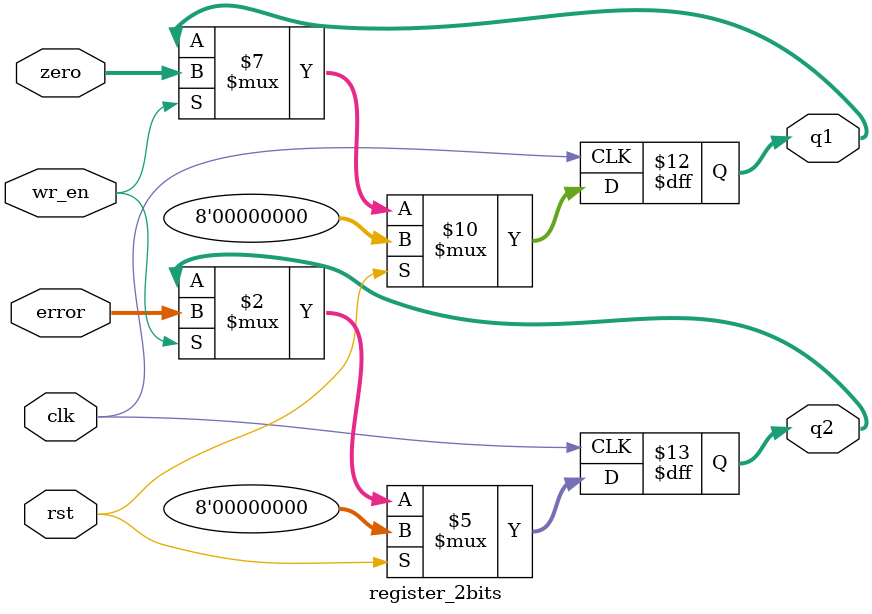
<source format=sv>
module register_2bits #(parameter WIDTH = 8)
	(input clk,
	input rst,
	input wr_en,
	input [WIDTH-1:0] zero, error,  //din1 se modifico por zero y din2 se modifico por error
	output reg [WIDTH-1:0] q1, q2);

always @(posedge clk)begin
	if (rst) begin
		q1 <= 0;
		q2 <= 0;
	end
	else if (wr_en) begin
		q1 <= zero;
		q2 <= error;
	end
end	

endmodule



</source>
